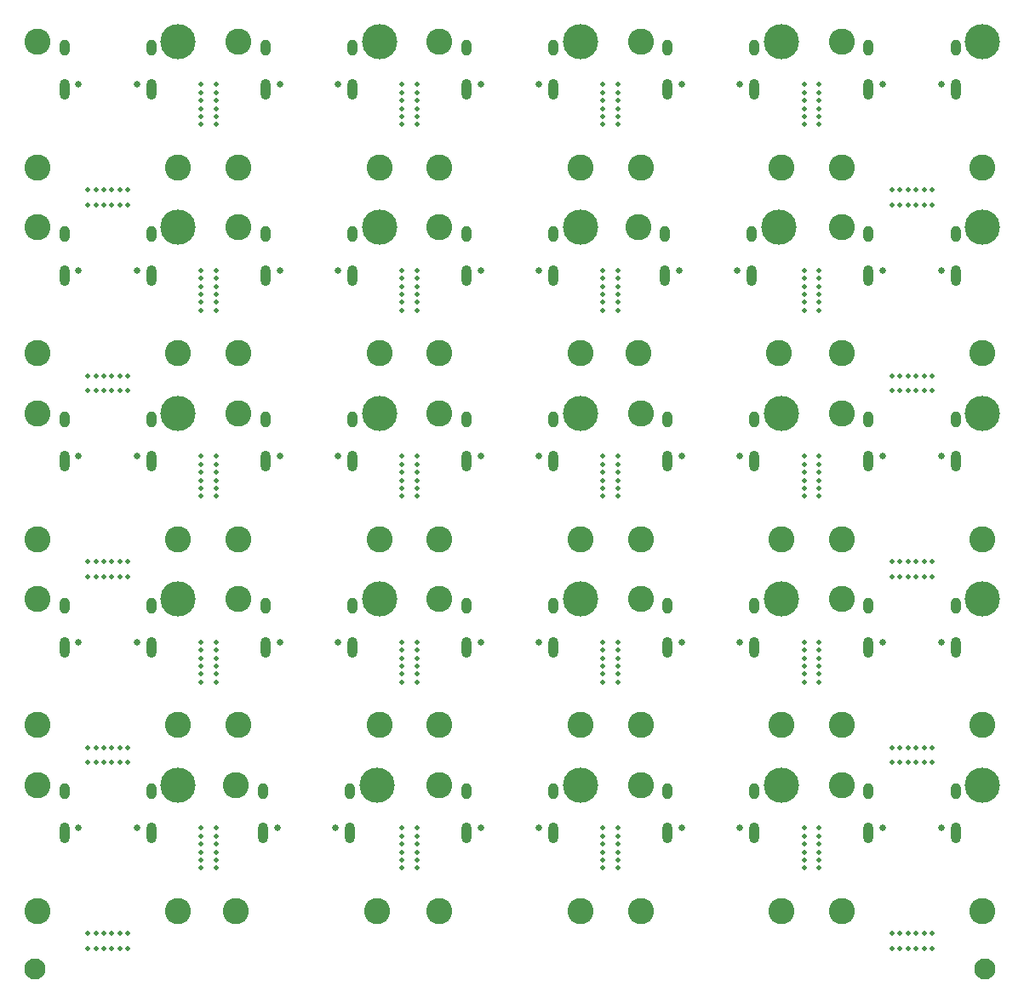
<source format=gbs>
G04 #@! TF.GenerationSoftware,KiCad,Pcbnew,(5.1.10-1-10_14)*
G04 #@! TF.CreationDate,2021-12-04T11:47:49+01:00*
G04 #@! TF.ProjectId,panel,70616e65-6c2e-46b6-9963-61645f706362,C3*
G04 #@! TF.SameCoordinates,Original*
G04 #@! TF.FileFunction,Soldermask,Bot*
G04 #@! TF.FilePolarity,Negative*
%FSLAX46Y46*%
G04 Gerber Fmt 4.6, Leading zero omitted, Abs format (unit mm)*
G04 Created by KiCad (PCBNEW (5.1.10-1-10_14)) date 2021-12-04 11:47:49*
%MOMM*%
%LPD*%
G01*
G04 APERTURE LIST*
%ADD10C,0.500000*%
%ADD11C,2.600000*%
%ADD12C,3.500000*%
%ADD13O,1.000000X2.100000*%
%ADD14C,0.650000*%
%ADD15O,1.000000X1.600000*%
%ADD16C,2.100000*%
G04 APERTURE END LIST*
D10*
X104402500Y-110593000D03*
X102002500Y-109093000D03*
X102802500Y-109093000D03*
X102002500Y-110593000D03*
X106002500Y-109093000D03*
X106002500Y-110593000D03*
X103602500Y-110593000D03*
X104402500Y-109093000D03*
X102802500Y-110593000D03*
X105202500Y-110593000D03*
X105202500Y-109093000D03*
X103602500Y-109093000D03*
X33252500Y-26993000D03*
X34752500Y-24593000D03*
X34752500Y-25393000D03*
X33252500Y-24593000D03*
X34752500Y-28593000D03*
X33252500Y-28593000D03*
X33252500Y-26193000D03*
X34752500Y-26993000D03*
X33252500Y-25393000D03*
X33252500Y-27793000D03*
X34752500Y-27793000D03*
X34752500Y-26193000D03*
X24402500Y-110593000D03*
X22002500Y-109093000D03*
X22802500Y-109093000D03*
X22002500Y-110593000D03*
X26002500Y-109093000D03*
X26002500Y-110593000D03*
X23602500Y-110593000D03*
X24402500Y-109093000D03*
X22802500Y-110593000D03*
X25202500Y-110593000D03*
X25202500Y-109093000D03*
X23602500Y-109093000D03*
X24402500Y-92093000D03*
X22002500Y-90593000D03*
X22802500Y-90593000D03*
X22002500Y-92093000D03*
X26002500Y-90593000D03*
X26002500Y-92093000D03*
X23602500Y-92093000D03*
X24402500Y-90593000D03*
X22802500Y-92093000D03*
X25202500Y-92093000D03*
X25202500Y-90593000D03*
X23602500Y-90593000D03*
X24402500Y-73593000D03*
X22002500Y-72093000D03*
X22802500Y-72093000D03*
X22002500Y-73593000D03*
X26002500Y-72093000D03*
X26002500Y-73593000D03*
X23602500Y-73593000D03*
X24402500Y-72093000D03*
X22802500Y-73593000D03*
X25202500Y-73593000D03*
X25202500Y-72093000D03*
X23602500Y-72093000D03*
X24402500Y-55093000D03*
X22002500Y-53593000D03*
X22802500Y-53593000D03*
X22002500Y-55093000D03*
X26002500Y-53593000D03*
X26002500Y-55093000D03*
X23602500Y-55093000D03*
X24402500Y-53593000D03*
X22802500Y-55093000D03*
X25202500Y-55093000D03*
X25202500Y-53593000D03*
X23602500Y-53593000D03*
X24402500Y-36593000D03*
X22002500Y-35093000D03*
X22802500Y-35093000D03*
X22002500Y-36593000D03*
X26002500Y-35093000D03*
X26002500Y-36593000D03*
X23602500Y-36593000D03*
X24402500Y-35093000D03*
X22802500Y-36593000D03*
X25202500Y-36593000D03*
X25202500Y-35093000D03*
X23602500Y-35093000D03*
X53252500Y-100993000D03*
X54752500Y-98593000D03*
X54752500Y-99393000D03*
X53252500Y-98593000D03*
X54752500Y-102593000D03*
X53252500Y-102593000D03*
X53252500Y-100193000D03*
X54752500Y-100993000D03*
X53252500Y-99393000D03*
X53252500Y-101793000D03*
X54752500Y-101793000D03*
X54752500Y-100193000D03*
X93252500Y-100993000D03*
X94752500Y-98593000D03*
X94752500Y-99393000D03*
X93252500Y-98593000D03*
X94752500Y-102593000D03*
X93252500Y-102593000D03*
X93252500Y-100193000D03*
X94752500Y-100993000D03*
X93252500Y-99393000D03*
X93252500Y-101793000D03*
X94752500Y-101793000D03*
X94752500Y-100193000D03*
X33252500Y-100993000D03*
X34752500Y-98593000D03*
X34752500Y-99393000D03*
X33252500Y-98593000D03*
X34752500Y-102593000D03*
X33252500Y-102593000D03*
X33252500Y-100193000D03*
X34752500Y-100993000D03*
X33252500Y-99393000D03*
X33252500Y-101793000D03*
X34752500Y-101793000D03*
X34752500Y-100193000D03*
X73252500Y-100993000D03*
X74752500Y-98593000D03*
X74752500Y-99393000D03*
X73252500Y-98593000D03*
X74752500Y-102593000D03*
X73252500Y-102593000D03*
X73252500Y-100193000D03*
X74752500Y-100993000D03*
X73252500Y-99393000D03*
X73252500Y-101793000D03*
X74752500Y-101793000D03*
X74752500Y-100193000D03*
X53252500Y-82493000D03*
X54752500Y-80093000D03*
X54752500Y-80893000D03*
X53252500Y-80093000D03*
X54752500Y-84093000D03*
X53252500Y-84093000D03*
X53252500Y-81693000D03*
X54752500Y-82493000D03*
X53252500Y-80893000D03*
X53252500Y-83293000D03*
X54752500Y-83293000D03*
X54752500Y-81693000D03*
X73252500Y-82493000D03*
X74752500Y-80093000D03*
X74752500Y-80893000D03*
X73252500Y-80093000D03*
X74752500Y-84093000D03*
X73252500Y-84093000D03*
X73252500Y-81693000D03*
X74752500Y-82493000D03*
X73252500Y-80893000D03*
X73252500Y-83293000D03*
X74752500Y-83293000D03*
X74752500Y-81693000D03*
X33252500Y-82493000D03*
X34752500Y-80093000D03*
X34752500Y-80893000D03*
X33252500Y-80093000D03*
X34752500Y-84093000D03*
X33252500Y-84093000D03*
X33252500Y-81693000D03*
X34752500Y-82493000D03*
X33252500Y-80893000D03*
X33252500Y-83293000D03*
X34752500Y-83293000D03*
X34752500Y-81693000D03*
X93252500Y-82493000D03*
X94752500Y-80093000D03*
X94752500Y-80893000D03*
X93252500Y-80093000D03*
X94752500Y-84093000D03*
X93252500Y-84093000D03*
X93252500Y-81693000D03*
X94752500Y-82493000D03*
X93252500Y-80893000D03*
X93252500Y-83293000D03*
X94752500Y-83293000D03*
X94752500Y-81693000D03*
X53252500Y-63993000D03*
X54752500Y-61593000D03*
X54752500Y-62393000D03*
X53252500Y-61593000D03*
X54752500Y-65593000D03*
X53252500Y-65593000D03*
X53252500Y-63193000D03*
X54752500Y-63993000D03*
X53252500Y-62393000D03*
X53252500Y-64793000D03*
X54752500Y-64793000D03*
X54752500Y-63193000D03*
X73252500Y-63993000D03*
X74752500Y-61593000D03*
X74752500Y-62393000D03*
X73252500Y-61593000D03*
X74752500Y-65593000D03*
X73252500Y-65593000D03*
X73252500Y-63193000D03*
X74752500Y-63993000D03*
X73252500Y-62393000D03*
X73252500Y-64793000D03*
X74752500Y-64793000D03*
X74752500Y-63193000D03*
X33252500Y-63993000D03*
X34752500Y-61593000D03*
X34752500Y-62393000D03*
X33252500Y-61593000D03*
X34752500Y-65593000D03*
X33252500Y-65593000D03*
X33252500Y-63193000D03*
X34752500Y-63993000D03*
X33252500Y-62393000D03*
X33252500Y-64793000D03*
X34752500Y-64793000D03*
X34752500Y-63193000D03*
X93252500Y-63993000D03*
X94752500Y-61593000D03*
X94752500Y-62393000D03*
X93252500Y-61593000D03*
X94752500Y-65593000D03*
X93252500Y-65593000D03*
X93252500Y-63193000D03*
X94752500Y-63993000D03*
X93252500Y-62393000D03*
X93252500Y-64793000D03*
X94752500Y-64793000D03*
X94752500Y-63193000D03*
X93252500Y-45493000D03*
X94752500Y-43093000D03*
X94752500Y-43893000D03*
X93252500Y-43093000D03*
X94752500Y-47093000D03*
X93252500Y-47093000D03*
X93252500Y-44693000D03*
X94752500Y-45493000D03*
X93252500Y-43893000D03*
X93252500Y-46293000D03*
X94752500Y-46293000D03*
X94752500Y-44693000D03*
X33252500Y-45493000D03*
X34752500Y-43093000D03*
X34752500Y-43893000D03*
X33252500Y-43093000D03*
X34752500Y-47093000D03*
X33252500Y-47093000D03*
X33252500Y-44693000D03*
X34752500Y-45493000D03*
X33252500Y-43893000D03*
X33252500Y-46293000D03*
X34752500Y-46293000D03*
X34752500Y-44693000D03*
X53252500Y-45493000D03*
X54752500Y-43093000D03*
X54752500Y-43893000D03*
X53252500Y-43093000D03*
X54752500Y-47093000D03*
X53252500Y-47093000D03*
X53252500Y-44693000D03*
X54752500Y-45493000D03*
X53252500Y-43893000D03*
X53252500Y-46293000D03*
X54752500Y-46293000D03*
X54752500Y-44693000D03*
X73252500Y-45493000D03*
X74752500Y-43093000D03*
X74752500Y-43893000D03*
X73252500Y-43093000D03*
X74752500Y-47093000D03*
X73252500Y-47093000D03*
X73252500Y-44693000D03*
X74752500Y-45493000D03*
X73252500Y-43893000D03*
X73252500Y-46293000D03*
X74752500Y-46293000D03*
X74752500Y-44693000D03*
X104402500Y-92093000D03*
X102002500Y-90593000D03*
X102802500Y-90593000D03*
X102002500Y-92093000D03*
X106002500Y-90593000D03*
X106002500Y-92093000D03*
X103602500Y-92093000D03*
X104402500Y-90593000D03*
X102802500Y-92093000D03*
X105202500Y-92093000D03*
X105202500Y-90593000D03*
X103602500Y-90593000D03*
X104402500Y-73593000D03*
X102002500Y-72093000D03*
X102802500Y-72093000D03*
X102002500Y-73593000D03*
X106002500Y-72093000D03*
X106002500Y-73593000D03*
X103602500Y-73593000D03*
X104402500Y-72093000D03*
X102802500Y-73593000D03*
X105202500Y-73593000D03*
X105202500Y-72093000D03*
X103602500Y-72093000D03*
X104402500Y-55093000D03*
X102002500Y-53593000D03*
X102802500Y-53593000D03*
X102002500Y-55093000D03*
X106002500Y-53593000D03*
X106002500Y-55093000D03*
X103602500Y-55093000D03*
X104402500Y-53593000D03*
X102802500Y-55093000D03*
X105202500Y-55093000D03*
X105202500Y-53593000D03*
X103602500Y-53593000D03*
X104402500Y-36593000D03*
X102002500Y-35093000D03*
X102802500Y-35093000D03*
X102002500Y-36593000D03*
X106002500Y-35093000D03*
X106002500Y-36593000D03*
X103602500Y-36593000D03*
X104402500Y-35093000D03*
X102802500Y-36593000D03*
X105202500Y-36593000D03*
X105202500Y-35093000D03*
X103602500Y-35093000D03*
X93252500Y-26993000D03*
X94752500Y-24593000D03*
X94752500Y-25393000D03*
X93252500Y-24593000D03*
X94752500Y-28593000D03*
X93252500Y-28593000D03*
X93252500Y-26193000D03*
X94752500Y-26993000D03*
X93252500Y-25393000D03*
X93252500Y-27793000D03*
X94752500Y-27793000D03*
X94752500Y-26193000D03*
X73252500Y-26993000D03*
X74752500Y-24593000D03*
X74752500Y-25393000D03*
X73252500Y-24593000D03*
X74752500Y-28593000D03*
X73252500Y-28593000D03*
X73252500Y-26193000D03*
X74752500Y-26993000D03*
X73252500Y-25393000D03*
X73252500Y-27793000D03*
X74752500Y-27793000D03*
X74752500Y-26193000D03*
X53252500Y-26993000D03*
X54752500Y-24593000D03*
X54752500Y-25393000D03*
X53252500Y-24593000D03*
X54752500Y-28593000D03*
X53252500Y-28593000D03*
X53252500Y-26193000D03*
X54752500Y-26993000D03*
X53252500Y-25393000D03*
X53252500Y-27793000D03*
X54752500Y-27793000D03*
X54752500Y-26193000D03*
D11*
X17002500Y-94343000D03*
D12*
X31002500Y-94343000D03*
D11*
X17002500Y-106843000D03*
X31002500Y-106843000D03*
D13*
X19675500Y-99123000D03*
X28315500Y-99123000D03*
D14*
X26885500Y-98593000D03*
D15*
X28315500Y-94943000D03*
D14*
X21105500Y-98593000D03*
D15*
X19675500Y-94943000D03*
D11*
X36752500Y-94343000D03*
D12*
X50752500Y-94343000D03*
D11*
X36752500Y-106843000D03*
X50752500Y-106843000D03*
D13*
X39425500Y-99123000D03*
X48065500Y-99123000D03*
D14*
X46635500Y-98593000D03*
D15*
X48065500Y-94943000D03*
D14*
X40855500Y-98593000D03*
D15*
X39425500Y-94943000D03*
D11*
X57002500Y-94343000D03*
D12*
X71002500Y-94343000D03*
D11*
X57002500Y-106843000D03*
X71002500Y-106843000D03*
D13*
X59675500Y-99123000D03*
X68315500Y-99123000D03*
D14*
X66885500Y-98593000D03*
D15*
X68315500Y-94943000D03*
D14*
X61105500Y-98593000D03*
D15*
X59675500Y-94943000D03*
D11*
X77002500Y-94343000D03*
D12*
X91002500Y-94343000D03*
D11*
X77002500Y-106843000D03*
X91002500Y-106843000D03*
D13*
X79675500Y-99123000D03*
X88315500Y-99123000D03*
D14*
X86885500Y-98593000D03*
D15*
X88315500Y-94943000D03*
D14*
X81105500Y-98593000D03*
D15*
X79675500Y-94943000D03*
D11*
X97002500Y-94343000D03*
D12*
X111002500Y-94343000D03*
D11*
X97002500Y-106843000D03*
X111002500Y-106843000D03*
D13*
X99675500Y-99123000D03*
X108315500Y-99123000D03*
D14*
X106885500Y-98593000D03*
D15*
X108315500Y-94943000D03*
D14*
X101105500Y-98593000D03*
D15*
X99675500Y-94943000D03*
D11*
X97002500Y-75843000D03*
D12*
X111002500Y-75843000D03*
D11*
X97002500Y-88343000D03*
X111002500Y-88343000D03*
D13*
X99675500Y-80623000D03*
X108315500Y-80623000D03*
D14*
X106885500Y-80093000D03*
D15*
X108315500Y-76443000D03*
D14*
X101105500Y-80093000D03*
D15*
X99675500Y-76443000D03*
D11*
X77002500Y-75843000D03*
D12*
X91002500Y-75843000D03*
D11*
X77002500Y-88343000D03*
X91002500Y-88343000D03*
D13*
X79675500Y-80623000D03*
X88315500Y-80623000D03*
D14*
X86885500Y-80093000D03*
D15*
X88315500Y-76443000D03*
D14*
X81105500Y-80093000D03*
D15*
X79675500Y-76443000D03*
D11*
X57002500Y-75843000D03*
D12*
X71002500Y-75843000D03*
D11*
X57002500Y-88343000D03*
X71002500Y-88343000D03*
D13*
X59675500Y-80623000D03*
X68315500Y-80623000D03*
D14*
X66885500Y-80093000D03*
D15*
X68315500Y-76443000D03*
D14*
X61105500Y-80093000D03*
D15*
X59675500Y-76443000D03*
D11*
X37002500Y-75843000D03*
D12*
X51002500Y-75843000D03*
D11*
X37002500Y-88343000D03*
X51002500Y-88343000D03*
D13*
X39675500Y-80623000D03*
X48315500Y-80623000D03*
D14*
X46885500Y-80093000D03*
D15*
X48315500Y-76443000D03*
D14*
X41105500Y-80093000D03*
D15*
X39675500Y-76443000D03*
D11*
X17002500Y-75843000D03*
D12*
X31002500Y-75843000D03*
D11*
X17002500Y-88343000D03*
X31002500Y-88343000D03*
D13*
X19675500Y-80623000D03*
X28315500Y-80623000D03*
D14*
X26885500Y-80093000D03*
D15*
X28315500Y-76443000D03*
D14*
X21105500Y-80093000D03*
D15*
X19675500Y-76443000D03*
D11*
X17002500Y-57343000D03*
D12*
X31002500Y-57343000D03*
D11*
X17002500Y-69843000D03*
X31002500Y-69843000D03*
D13*
X19675500Y-62123000D03*
X28315500Y-62123000D03*
D14*
X26885500Y-61593000D03*
D15*
X28315500Y-57943000D03*
D14*
X21105500Y-61593000D03*
D15*
X19675500Y-57943000D03*
D11*
X37002500Y-57343000D03*
D12*
X51002500Y-57343000D03*
D11*
X37002500Y-69843000D03*
X51002500Y-69843000D03*
D13*
X39675500Y-62123000D03*
X48315500Y-62123000D03*
D14*
X46885500Y-61593000D03*
D15*
X48315500Y-57943000D03*
D14*
X41105500Y-61593000D03*
D15*
X39675500Y-57943000D03*
D11*
X57002500Y-57343000D03*
D12*
X71002500Y-57343000D03*
D11*
X57002500Y-69843000D03*
X71002500Y-69843000D03*
D13*
X59675500Y-62123000D03*
X68315500Y-62123000D03*
D14*
X66885500Y-61593000D03*
D15*
X68315500Y-57943000D03*
D14*
X61105500Y-61593000D03*
D15*
X59675500Y-57943000D03*
D11*
X77002500Y-57343000D03*
D12*
X91002500Y-57343000D03*
D11*
X77002500Y-69843000D03*
X91002500Y-69843000D03*
D13*
X79675500Y-62123000D03*
X88315500Y-62123000D03*
D14*
X86885500Y-61593000D03*
D15*
X88315500Y-57943000D03*
D14*
X81105500Y-61593000D03*
D15*
X79675500Y-57943000D03*
D11*
X97002500Y-57343000D03*
D12*
X111002500Y-57343000D03*
D11*
X97002500Y-69843000D03*
X111002500Y-69843000D03*
D13*
X99675500Y-62123000D03*
X108315500Y-62123000D03*
D14*
X106885500Y-61593000D03*
D15*
X108315500Y-57943000D03*
D14*
X101105500Y-61593000D03*
D15*
X99675500Y-57943000D03*
D11*
X97002500Y-38843000D03*
D12*
X111002500Y-38843000D03*
D11*
X97002500Y-51343000D03*
X111002500Y-51343000D03*
D13*
X99675500Y-43623000D03*
X108315500Y-43623000D03*
D14*
X106885500Y-43093000D03*
D15*
X108315500Y-39443000D03*
D14*
X101105500Y-43093000D03*
D15*
X99675500Y-39443000D03*
D11*
X76752500Y-38843000D03*
D12*
X90752500Y-38843000D03*
D11*
X76752500Y-51343000D03*
X90752500Y-51343000D03*
D13*
X79425500Y-43623000D03*
X88065500Y-43623000D03*
D14*
X86635500Y-43093000D03*
D15*
X88065500Y-39443000D03*
D14*
X80855500Y-43093000D03*
D15*
X79425500Y-39443000D03*
D11*
X57002500Y-38843000D03*
D12*
X71002500Y-38843000D03*
D11*
X57002500Y-51343000D03*
X71002500Y-51343000D03*
D13*
X59675500Y-43623000D03*
X68315500Y-43623000D03*
D14*
X66885500Y-43093000D03*
D15*
X68315500Y-39443000D03*
D14*
X61105500Y-43093000D03*
D15*
X59675500Y-39443000D03*
D11*
X37002500Y-38843000D03*
D12*
X51002500Y-38843000D03*
D11*
X37002500Y-51343000D03*
X51002500Y-51343000D03*
D13*
X39675500Y-43623000D03*
X48315500Y-43623000D03*
D14*
X46885500Y-43093000D03*
D15*
X48315500Y-39443000D03*
D14*
X41105500Y-43093000D03*
D15*
X39675500Y-39443000D03*
D11*
X17002500Y-38843000D03*
D12*
X31002500Y-38843000D03*
D11*
X17002500Y-51343000D03*
X31002500Y-51343000D03*
D13*
X19675500Y-43623000D03*
X28315500Y-43623000D03*
D14*
X26885500Y-43093000D03*
D15*
X28315500Y-39443000D03*
D14*
X21105500Y-43093000D03*
D15*
X19675500Y-39443000D03*
D11*
X97002500Y-20343000D03*
D12*
X111002500Y-20343000D03*
D11*
X97002500Y-32843000D03*
X111002500Y-32843000D03*
D13*
X99675500Y-25123000D03*
X108315500Y-25123000D03*
D14*
X106885500Y-24593000D03*
D15*
X108315500Y-20943000D03*
D14*
X101105500Y-24593000D03*
D15*
X99675500Y-20943000D03*
D11*
X77002500Y-20343000D03*
D12*
X91002500Y-20343000D03*
D11*
X77002500Y-32843000D03*
X91002500Y-32843000D03*
D13*
X79675500Y-25123000D03*
X88315500Y-25123000D03*
D14*
X86885500Y-24593000D03*
D15*
X88315500Y-20943000D03*
D14*
X81105500Y-24593000D03*
D15*
X79675500Y-20943000D03*
D11*
X57002500Y-20343000D03*
D12*
X71002500Y-20343000D03*
D11*
X57002500Y-32843000D03*
X71002500Y-32843000D03*
D13*
X59675500Y-25123000D03*
X68315500Y-25123000D03*
D14*
X66885500Y-24593000D03*
D15*
X68315500Y-20943000D03*
D14*
X61105500Y-24593000D03*
D15*
X59675500Y-20943000D03*
D11*
X37002500Y-20343000D03*
D12*
X51002500Y-20343000D03*
D11*
X37002500Y-32843000D03*
X51002500Y-32843000D03*
D13*
X39675500Y-25123000D03*
X48315500Y-25123000D03*
D14*
X46885500Y-24593000D03*
D15*
X48315500Y-20943000D03*
D14*
X41105500Y-24593000D03*
D15*
X39675500Y-20943000D03*
D11*
X17002500Y-20343000D03*
D12*
X31002500Y-20343000D03*
D11*
X17002500Y-32843000D03*
X31002500Y-32843000D03*
D13*
X19675500Y-25123000D03*
X28315500Y-25123000D03*
D14*
X26885500Y-24593000D03*
D15*
X28315500Y-20943000D03*
D14*
X21105500Y-24593000D03*
D15*
X19675500Y-20943000D03*
D16*
X16752500Y-112593000D03*
X111252500Y-112593000D03*
M02*

</source>
